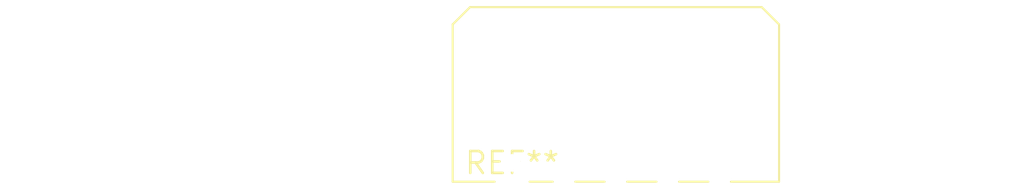
<source format=kicad_pcb>
(kicad_pcb (version 20240108) (generator pcbnew)
  (layers (0 "F.Cu" signal) (31 "B.Cu" signal) (34 "B.Paste" user) (35 "F.Paste" user) (36 "B.SilkS" user "B.Silkscreen") (37 "F.SilkS" user "F.Silkscreen") (38 "B.Mask" user) (39 "F.Mask" user) (44 "Edge.Cuts" user))
  (net 0 "")
  (footprint "Molex_Micro-Fit_3.0_43650-0500_1x05_P3.00mm_Horizontal" (layer "F.Cu") (at 0 0)
    (property "Reference" "REF**")
    (property "Value" "Molex_Micro-Fit_3.0_43650-0500_1x05_P3.00mm_Horizontal")
    (fp_line (start -3.435 -8.03) (end -2.435 -9.03) (layer "F.SilkS") (stroke (width 0.12)))
    (fp_line (start -3.435 1.09) (end -3.435 -8.03) (layer "F.SilkS") (stroke (width 0.12)))
    (fp_line (start -3.435 1.09) (end -1.01 1.09) (layer "F.SilkS") (stroke (width 0.12)))
    (fp_line (start -2.435 -9.03) (end 14.435 -9.03) (layer "F.SilkS") (stroke (width 0.12)))
    (fp_line (start 1.01 1.09) (end 2.348233 1.09) (layer "F.SilkS") (stroke (width 0.12)))
    (fp_line (start 3.651767 1.09) (end 5.348233 1.09) (layer "F.SilkS") (stroke (width 0.12)))
    (fp_line (start 6.651767 1.09) (end 8.348233 1.09) (layer "F.SilkS") (stroke (width 0.12)))
    (fp_line (start 9.651767 1.09) (end 11.348233 1.09) (layer "F.SilkS") (stroke (width 0.12)))
    (fp_line (start 14.435 -9.03) (end 15.435 -8.03) (layer "F.SilkS") (stroke (width 0.12)))
    (fp_line (start 15.435 -8.03) (end 15.435 1.09) (layer "F.SilkS") (stroke (width 0.12)))
    (fp_line (start 15.435 1.09) (end 12.651767 1.09) (layer "F.SilkS") (stroke (width 0.12)))
    (pad "" np_thru_hole circle (at 2.15 -4.32) (size 3 3) (drill 3) (layers *.Cu *.Mask))
    (pad "" np_thru_hole circle (at 9.85 -4.32) (size 3 3) (drill 3) (layers *.Cu *.Mask))
    (pad "1" thru_hole roundrect (at 0 0) (size 1.5 2.02) (drill 1.02) (layers *.Cu *.Mask) (remove_unused_layers) (roundrect_rratio 0.166667))
    (pad "2" thru_hole oval (at 3 0) (size 1.5 2.02) (drill 1.02) (layers *.Cu *.Mask) (remove_unused_layers))
    (pad "3" thru_hole oval (at 6 0) (size 1.5 2.02) (drill 1.02) (layers *.Cu *.Mask) (remove_unused_layers))
    (pad "4" thru_hole oval (at 9 0) (size 1.5 2.02) (drill 1.02) (layers *.Cu *.Mask) (remove_unused_layers))
    (pad "5" thru_hole oval (at 12 0) (size 1.5 2.02) (drill 1.02) (layers *.Cu *.Mask) (remove_unused_layers))
  )
)
</source>
